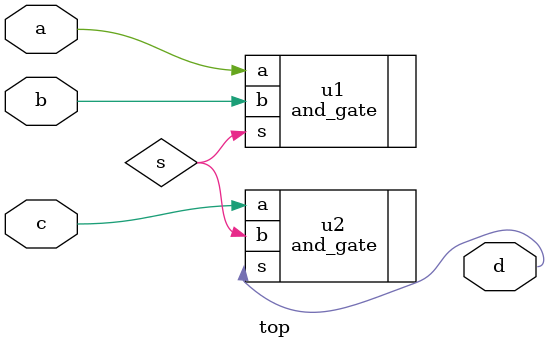
<source format=v>
module top (
	input a,    // Clock
	input b, // Clock Enable
	input c,  // Asynchronous reset active low
	output d
);

	wire s;  //中间连线信号，只做连线
	

	
	and_gate u1(
	.a(a),
	.b(b),
	.s(s)
	);
	and_gate u2(
	.a(c),
	.b(s),
	.s(d)
	);


endmodule
// module top(a,b,c,d);
// 	input a;
// 	input b;
// 	input c;
	
// 	output d;
	
// 	wire s;  //中间连线信号，只做连线
	
// 	and_gate u1(
// 	.a(a),
// 	.b(b),
// 	.s(s)
// 	);
// 	and_gate u2(
// 	.a(c),
// 	.b(s),
// 	.s(d)
// 	);
	
// endmodule
</source>
